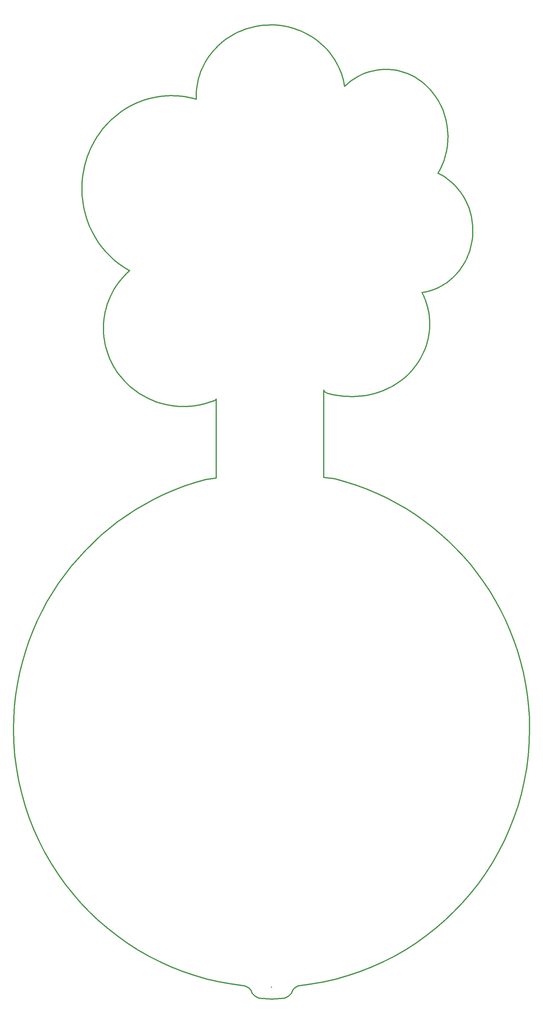
<source format=gbr>
%TF.GenerationSoftware,KiCad,Pcbnew,7.0.2*%
%TF.CreationDate,2023-05-26T22:51:46-07:00*%
%TF.ProjectId,plumbus-bfb,706c756d-6275-4732-9d62-66622e6b6963,rev?*%
%TF.SameCoordinates,Original*%
%TF.FileFunction,Profile,NP*%
%FSLAX46Y46*%
G04 Gerber Fmt 4.6, Leading zero omitted, Abs format (unit mm)*
G04 Created by KiCad (PCBNEW 7.0.2) date 2023-05-26 22:51:46*
%MOMM*%
%LPD*%
G01*
G04 APERTURE LIST*
%TA.AperFunction,Profile*%
%ADD10C,0.330729*%
%TD*%
%TA.AperFunction,Profile*%
%ADD11C,0.325000*%
%TD*%
G04 APERTURE END LIST*
D10*
X313250000Y-513600000D02*
X316750000Y-513800000D01*
X311350000Y-512250000D02*
X311050000Y-511350000D01*
X313250000Y-513600000D02*
X312150000Y-513000000D01*
X311350000Y-512250000D02*
X312150000Y-513000000D01*
X311050000Y-511350000D02*
X310500000Y-510750000D01*
X309442742Y-510169362D02*
X310500000Y-510750000D01*
X320300000Y-513600000D02*
X316750000Y-513800000D01*
X323989235Y-510169289D02*
X323050000Y-510750000D01*
X322500000Y-511350000D02*
X323050000Y-510750000D01*
X320300000Y-513600000D02*
X321400000Y-513000000D01*
X322200000Y-512250000D02*
X322500000Y-511350000D01*
X322200000Y-512250000D02*
X321400000Y-513000000D01*
X320266734Y-245702600D02*
X319337170Y-245557537D01*
X279212279Y-378943738D02*
X284396450Y-376014495D01*
X311337627Y-245988521D02*
X310362792Y-246254199D01*
X371568792Y-306758506D02*
X371754030Y-305996705D01*
X386407257Y-453739557D02*
X385612926Y-457181103D01*
X364815523Y-280753128D02*
X364955342Y-280110970D01*
X362410234Y-265796152D02*
X361932607Y-265067889D01*
X386741145Y-426809432D02*
X387222872Y-429897448D01*
X298901310Y-254860005D02*
X298406532Y-255685600D01*
X313343063Y-245594986D02*
X312331482Y-245768371D01*
X291685496Y-264998374D02*
X290819610Y-264921041D01*
X357236466Y-338170197D02*
X357747588Y-337335186D01*
X275296392Y-269233574D02*
X274329862Y-269947382D01*
X348211303Y-257604793D02*
X348211303Y-257604793D01*
X365244875Y-278158550D02*
X365297590Y-277500893D01*
X348211303Y-257604793D02*
X347413262Y-257628056D01*
X387485238Y-446676503D02*
X387032851Y-450236534D01*
X327549309Y-509716947D02*
X323989235Y-510169289D01*
X299100857Y-349524476D02*
X299632984Y-349355717D01*
X301944790Y-251142345D02*
X301264456Y-251827038D01*
X380837626Y-470243153D02*
X379266655Y-473310289D01*
X364955342Y-280110970D02*
X365073604Y-279464128D01*
X270485100Y-326716388D02*
X270392905Y-327843367D01*
X273275446Y-318287712D02*
X272736208Y-319264068D01*
X288041060Y-350062681D02*
X289130734Y-350251978D01*
X357783618Y-260778320D02*
X357088771Y-260295032D01*
X270475403Y-331179419D02*
X270616321Y-332256278D01*
X261823678Y-484654014D02*
X259711852Y-481966937D01*
X271113599Y-323411729D02*
X270846425Y-324498411D01*
X332498495Y-252737518D02*
X331918958Y-252075375D01*
X342796157Y-373195620D02*
X345592786Y-374367466D01*
X334504561Y-255620210D02*
X334051821Y-254866294D01*
X353598793Y-378557249D02*
X356129509Y-380168580D01*
X264427708Y-290462735D02*
X264427708Y-290462735D01*
X359021479Y-334686785D02*
X359355179Y-333760376D01*
X339940545Y-372141152D02*
X342796157Y-373195620D01*
X345056933Y-257927438D02*
X344288365Y-258101996D01*
X354795031Y-341237848D02*
X355462269Y-340514302D01*
X369033864Y-312271142D02*
X369445695Y-311646610D01*
X365587564Y-288070218D02*
X364640696Y-287383716D01*
X273445130Y-310258056D02*
X274750630Y-311298671D01*
X363685366Y-317219810D02*
X364308953Y-316843868D01*
X292648958Y-372439579D02*
X295515171Y-371477944D01*
X369511914Y-292470673D02*
X368845991Y-291473360D01*
X304985547Y-248734934D02*
X304180029Y-249284604D01*
X279483999Y-266873014D02*
X278391971Y-267385736D01*
X293618571Y-350473798D02*
X294176219Y-350440016D01*
X349092056Y-257628977D02*
X348211303Y-257604793D01*
X285325715Y-265156001D02*
X284111656Y-265381161D01*
X365314152Y-275223213D02*
X365247973Y-274280372D01*
X331918958Y-252075375D02*
X331310178Y-251438518D01*
X339076591Y-347771480D02*
X340169614Y-347745528D01*
X372115174Y-303634873D02*
X372168052Y-302824971D01*
X339943956Y-259897249D02*
X339276363Y-260316160D01*
X299435783Y-254060113D02*
X298901310Y-254860005D01*
X358158326Y-319091151D02*
X358894131Y-318975683D01*
X249896033Y-463864544D02*
X248777636Y-460559162D01*
X331426681Y-346560806D02*
X331570301Y-346638035D01*
X275198111Y-315538515D02*
X274507376Y-316422777D01*
X348327433Y-375653689D02*
X350997101Y-377051284D01*
X295953087Y-264068111D02*
X295926347Y-265082581D01*
X346378899Y-346561279D02*
X347343208Y-346204186D01*
X292256984Y-506221092D02*
X289026567Y-504947668D01*
X360064842Y-330867880D02*
X360199812Y-329870139D01*
X363044971Y-317566188D02*
X363685366Y-317219810D01*
X274153996Y-496407264D02*
X271466673Y-494295782D01*
X330008815Y-250244415D02*
X329318197Y-249689043D01*
X372185855Y-302005184D02*
X372140243Y-300695235D01*
X329318197Y-249689043D02*
X328602265Y-249162708D01*
X271816078Y-321293768D02*
X271437143Y-322342795D01*
X354874766Y-259065169D02*
X354097208Y-258732448D01*
X322081350Y-246109833D02*
X321181788Y-245887011D01*
X293059748Y-350493809D02*
X293618571Y-350473798D01*
X356092475Y-339761009D02*
X356684318Y-338979222D01*
X345592786Y-374367466D02*
X348327433Y-375653689D01*
X295839607Y-350256539D02*
X296390050Y-350168169D01*
X371605444Y-394145907D02*
X373460451Y-396492061D01*
X341248245Y-347668508D02*
X342311152Y-347541673D01*
X249812423Y-415173867D02*
X250897573Y-412366451D01*
X358881535Y-320639153D02*
X358656438Y-320116707D01*
X364914940Y-316439216D02*
X365502530Y-316006710D01*
X251169757Y-467094991D02*
X249896033Y-463864544D01*
X264969986Y-295827350D02*
X265380725Y-297535172D01*
X338628326Y-260767859D02*
X338001130Y-261251814D01*
X337396057Y-261767495D02*
X336814389Y-262314373D01*
X361716937Y-318166828D02*
X362388563Y-317882146D01*
X350623744Y-501951434D02*
X347556480Y-503522276D01*
X382428561Y-412108988D02*
X383534946Y-414940449D01*
X269970328Y-306636941D02*
X271050842Y-307922890D01*
X359878192Y-331849670D02*
X360064842Y-330867880D01*
X356371626Y-259847631D02*
X355633265Y-259437286D01*
X295937428Y-265756583D02*
X295942888Y-265853178D01*
X335306593Y-257188903D02*
X334923146Y-256394725D01*
X268973085Y-305277819D02*
X269970328Y-306636941D01*
X295942888Y-265853178D02*
X295942888Y-265853178D01*
X297483405Y-349950912D02*
X298025817Y-349822123D01*
X269325035Y-275145140D02*
X268637742Y-276148901D01*
X289950913Y-264875206D02*
X289080262Y-264860992D01*
X363798201Y-283874764D02*
X364043608Y-283264123D01*
X342784240Y-258560076D02*
X342051249Y-258842538D01*
X387852511Y-439403293D02*
X387759948Y-443063934D01*
X357747588Y-337335186D02*
X358216352Y-336475444D01*
X266858565Y-279363661D02*
X266364903Y-280497711D01*
X336758690Y-347671074D02*
X337365513Y-347714558D01*
X295286987Y-350331336D02*
X295839607Y-350256539D01*
X333565909Y-254133915D02*
X333047806Y-253424011D01*
X361424049Y-264366152D02*
X360885642Y-263692113D01*
X273398578Y-270707438D02*
X272504087Y-271512135D01*
X309442742Y-510169362D02*
X305882667Y-509717105D01*
X370191929Y-310337941D02*
X370524744Y-309655516D01*
X334494012Y-508297157D02*
X331052391Y-509091413D01*
X350997101Y-377051284D02*
X353598793Y-378557249D01*
X287811566Y-264894307D02*
X286559534Y-264993180D01*
X323830069Y-246666959D02*
X322964438Y-246370128D01*
X366070931Y-315547207D02*
X366619347Y-315061561D01*
X345834794Y-257789909D02*
X345056933Y-257927438D01*
X285920213Y-349532275D02*
X286970421Y-349822329D01*
X271437143Y-322342795D02*
X271113599Y-323411729D01*
X364308953Y-316843868D02*
X364914940Y-316439216D01*
X371907369Y-305221595D02*
X372028015Y-304434033D01*
X339276363Y-260316160D02*
X338628326Y-260767859D01*
X300618648Y-252542390D02*
X300008660Y-253287161D01*
X385387909Y-420772318D02*
X386128492Y-423766721D01*
X353354788Y-342590680D02*
X354092094Y-341930392D01*
X266414976Y-489705136D02*
X264059542Y-487234902D01*
X344405404Y-504946737D02*
X341174988Y-506220350D01*
X276296619Y-268567624D02*
X275296392Y-269233574D01*
X365247973Y-274280372D02*
X365138994Y-273351188D01*
X268637742Y-276148901D02*
X267996533Y-277187647D01*
X359723592Y-262431805D02*
X359102108Y-261847876D01*
X379266655Y-473310289D02*
X377553767Y-476289137D01*
X361932607Y-265067889D02*
X361424049Y-264366152D01*
X280603529Y-266414587D02*
X279483999Y-266873014D01*
X341332682Y-259159907D02*
X340629824Y-259511654D01*
X349199351Y-345364389D02*
X350088521Y-344884192D01*
X387222872Y-429897448D02*
X387570673Y-433027765D01*
X250897573Y-412366451D02*
X252096597Y-409617886D01*
X358641426Y-335592226D02*
X359021479Y-334686785D01*
X334064359Y-370396367D02*
X337028946Y-371207067D01*
X270831682Y-273249012D02*
X270056865Y-274177974D01*
X359890862Y-323885082D02*
X359763728Y-323332762D01*
X359763728Y-323332762D02*
X359620037Y-322784465D01*
X299632984Y-349355717D02*
X300161184Y-349173733D01*
X387781552Y-436197381D02*
X387852511Y-439403293D01*
X308475347Y-246917177D02*
X307565323Y-247311999D01*
X265203781Y-284064721D02*
X264928524Y-285303315D01*
X359283348Y-321701469D02*
X359090535Y-321167535D01*
X362611241Y-286232707D02*
X362611241Y-286232707D01*
X359641193Y-332814253D02*
X359878192Y-331849670D01*
X294257756Y-265418122D02*
X293405424Y-265247038D01*
X300008660Y-253287161D02*
X299435783Y-254060113D01*
X364546458Y-492057933D02*
X361965296Y-494293644D01*
X347556480Y-503522276D02*
X344405404Y-504946737D01*
X245855638Y-433091581D02*
X246196510Y-429992053D01*
X268063249Y-303849825D02*
X268973085Y-305277819D01*
X368117310Y-290531107D02*
X367329155Y-289647465D01*
X270392905Y-327843367D02*
X270360994Y-328979461D01*
X362388563Y-317882146D02*
X363044971Y-317566188D01*
X365336452Y-276178541D02*
X365336452Y-276178541D01*
X363268384Y-267327580D02*
X362855853Y-266549773D01*
X297541235Y-257408940D02*
X297173299Y-258304207D01*
X359102108Y-261847876D02*
X358455090Y-261296325D01*
X270636599Y-325600684D02*
X270485100Y-326716388D01*
X265380725Y-297535172D02*
X265899558Y-299195633D01*
X349961305Y-257700747D02*
X349092056Y-257628977D01*
X359277973Y-496405318D02*
X356488960Y-498388487D01*
X318394079Y-245452760D02*
X317438442Y-245389207D01*
X365328165Y-276840710D02*
X365336452Y-276178541D01*
X337958994Y-347745985D02*
X338531798Y-347765057D01*
X265535962Y-282849850D02*
X265203781Y-284064721D01*
X310362792Y-246254199D02*
X309408268Y-246564163D01*
X269710567Y-386007981D02*
X274309235Y-382282645D01*
X360281771Y-328857701D02*
X360309386Y-327831819D01*
X335534356Y-347549112D02*
X336145859Y-347615827D01*
X372140243Y-300695235D02*
X372005595Y-299411937D01*
X284891832Y-349193872D02*
X285920213Y-349532275D01*
X281749015Y-266012063D02*
X280603529Y-266414587D01*
X270616321Y-332256278D02*
X270811185Y-333315918D01*
X367146984Y-314550629D02*
X367653049Y-314015265D01*
X367016991Y-489702654D02*
X364546458Y-492057933D01*
X284111656Y-265381161D02*
X282918907Y-265667051D01*
X284396450Y-376014495D02*
X287086692Y-374710759D01*
X363647494Y-286770028D02*
X362611241Y-286232707D01*
X290819610Y-264921041D02*
X289950913Y-264875206D01*
X300161184Y-349173733D02*
X300685204Y-348978575D01*
X375217505Y-398916553D02*
X376873608Y-401416381D01*
X345392208Y-346874827D02*
X346378899Y-346561279D01*
X360318463Y-263046941D02*
X359723592Y-262431805D01*
X336814389Y-262314373D02*
X336662393Y-261421910D01*
X305819130Y-248222117D02*
X304985547Y-248734934D01*
X331059718Y-370049398D02*
X331059718Y-346025236D01*
X303403869Y-249869889D02*
X302658358Y-250489549D01*
X360199812Y-329870139D02*
X360281771Y-328857701D01*
X364043608Y-283264123D02*
X364268191Y-282646099D01*
X350949981Y-344365469D02*
X351782401Y-343809473D01*
X333781160Y-347283120D02*
X334344672Y-347382463D01*
X355462269Y-340514302D02*
X356092475Y-339761009D01*
X356488960Y-498388487D02*
X353602727Y-500238682D01*
X275937388Y-314689268D02*
X275198111Y-315538515D01*
X371608289Y-484651265D02*
X369372425Y-487232275D01*
X267996533Y-277187647D02*
X267402958Y-278259771D01*
X286970421Y-349822329D02*
X288041060Y-350062681D01*
X293405424Y-265247038D02*
X292547719Y-265107080D01*
X334931515Y-347471226D02*
X335534356Y-347549112D01*
X296032447Y-263066953D02*
X295953087Y-264068111D01*
X328602265Y-249162708D02*
X327862000Y-248666347D01*
X247269284Y-423920174D02*
X247995373Y-420953633D01*
X297173299Y-258304207D02*
X296850229Y-259220220D01*
X296163133Y-262080345D02*
X296032447Y-263066953D01*
X245579452Y-439403293D02*
X245579452Y-439403293D01*
X332753472Y-347053873D02*
X333248316Y-347173491D01*
X387032851Y-450236534D02*
X386407257Y-453739557D01*
X375703430Y-479175228D02*
X373720114Y-481964093D01*
X274507376Y-316422777D02*
X273866162Y-317339895D01*
X364268191Y-282646099D02*
X364471801Y-282021232D01*
X317438442Y-245389207D02*
X316471243Y-245367814D01*
X356684318Y-338979222D02*
X357236466Y-338170197D01*
X270360994Y-328979461D02*
X270389829Y-330086696D01*
X283886676Y-348808475D02*
X284891832Y-349193872D01*
X304180029Y-249284604D02*
X303403869Y-249869889D01*
X364654294Y-281390062D02*
X364815523Y-280753128D01*
X338001130Y-261251814D02*
X337396057Y-261767495D01*
X302379583Y-509091685D02*
X298937962Y-508297566D01*
X365170164Y-278813141D02*
X365244875Y-278158550D01*
X362938488Y-285656994D02*
X363245494Y-285071739D01*
X359090535Y-321167535D02*
X358881535Y-320639153D01*
X344288365Y-258101996D02*
X343530373Y-258313052D01*
X272736208Y-319264068D02*
X272249426Y-320266806D01*
X336236289Y-259680033D02*
X335964147Y-258832494D01*
X327862000Y-248666347D02*
X327098385Y-248200897D01*
X252594339Y-470246038D02*
X251169757Y-467094991D01*
X266364903Y-280497711D02*
X265923519Y-281660310D01*
X372028015Y-304434033D02*
X372115174Y-303634873D01*
X333047806Y-253424011D02*
X332498495Y-252737518D01*
X252096597Y-409617886D02*
X253406589Y-406931076D01*
X248844055Y-418037229D02*
X249812423Y-415173867D01*
X277557654Y-313104451D02*
X276724229Y-313877194D01*
X296850229Y-259220220D02*
X296573316Y-260155740D01*
X307565323Y-247311999D02*
X306679486Y-247747392D01*
X359355179Y-333760376D02*
X359641193Y-332814253D01*
X360095082Y-325000259D02*
X360001344Y-324441041D01*
X273866162Y-317339895D02*
X273275446Y-318287712D01*
X277557654Y-313104451D02*
X277557654Y-313104451D01*
X245672015Y-443064516D02*
X245579452Y-439403293D01*
X360966030Y-383695331D02*
X363265838Y-385604744D01*
X354097208Y-258732448D02*
X353301670Y-258440294D01*
X383534946Y-414940449D02*
X384522395Y-417829226D01*
X373720114Y-481964093D02*
X371608289Y-484651265D01*
X365073604Y-279464128D02*
X365170164Y-278813141D01*
X271058599Y-334356985D02*
X271357167Y-335378128D01*
X276724229Y-313877194D02*
X275937388Y-314689268D01*
X339076591Y-347771480D02*
X339076591Y-347771480D01*
X324677262Y-246999389D02*
X323830069Y-246666959D01*
X272249426Y-320266806D02*
X271816078Y-321293768D01*
X368597283Y-312874666D02*
X369033864Y-312271142D01*
X295933325Y-265660220D02*
X295937428Y-265756583D01*
X247024706Y-453741457D02*
X246399112Y-450238063D01*
X287086692Y-374710759D02*
X289838497Y-373518152D01*
X266522348Y-300804430D02*
X267244957Y-302357261D01*
X267402958Y-278259771D02*
X266858565Y-279363661D01*
X289080262Y-264860992D02*
X289080262Y-264860992D01*
X360300752Y-327262052D02*
X360274913Y-326693630D01*
X368136747Y-313456326D02*
X368597283Y-312874666D01*
X272210489Y-309131362D02*
X273445130Y-310258056D01*
X362611241Y-286232707D02*
X362938488Y-285656994D01*
X336145859Y-347615827D02*
X336758690Y-347671074D01*
X360309386Y-327831819D02*
X360300752Y-327262052D01*
X264459784Y-289145341D02*
X264427708Y-290462735D01*
X245946725Y-446677594D02*
X245672015Y-443064516D01*
X295562272Y-507339213D02*
X292256984Y-506221092D01*
X377553767Y-476289137D02*
X375703430Y-479175228D01*
X278391971Y-267385736D02*
X277328995Y-267951142D01*
X330673136Y-250827886D02*
X330008815Y-250244415D01*
X343357002Y-347366279D02*
X344384465Y-347143579D01*
X371352451Y-307506144D02*
X371568792Y-306758506D01*
X360231959Y-326126935D02*
X360171985Y-325562351D01*
X296573316Y-260155740D02*
X296343853Y-261109528D01*
X295928414Y-265467880D02*
X295933325Y-265660220D01*
X316715989Y-510536525D02*
X316715989Y-510536525D01*
X340169614Y-347745528D02*
X341248245Y-347668508D01*
X264059542Y-487234902D02*
X261823678Y-484654014D01*
X372185855Y-302005184D02*
X372185855Y-302005184D01*
X334923146Y-256394725D02*
X334504561Y-255620210D01*
X254165310Y-473313222D02*
X252594339Y-470246038D01*
X343530373Y-258313052D02*
X342784240Y-258560076D01*
X264489341Y-292286829D02*
X264671479Y-294076468D01*
X369831981Y-311001924D02*
X370191929Y-310337941D01*
X295103863Y-265620210D02*
X294257756Y-265418122D01*
X282808227Y-501952767D02*
X279829243Y-500240222D01*
X338531798Y-347765057D02*
X339076591Y-347771480D01*
X350817970Y-257818934D02*
X349961305Y-257700747D01*
X257973312Y-399270219D02*
X261519356Y-394525003D01*
X264671479Y-294076468D02*
X264969986Y-295827350D01*
X350088521Y-344884192D02*
X350949981Y-344365469D01*
X312331482Y-245768371D02*
X311337627Y-245988521D01*
X298565051Y-349679962D02*
X299100857Y-349524476D01*
X348283803Y-345804805D02*
X349199351Y-345364389D01*
X354092094Y-341930392D02*
X354795031Y-341237848D01*
X333248316Y-347173491D02*
X333781160Y-347283120D01*
X331310178Y-251438518D02*
X330673136Y-250827886D01*
X274750630Y-311298671D02*
X276122851Y-312248903D01*
X360171985Y-325562351D02*
X360095082Y-325000259D01*
X292547719Y-265107080D02*
X291685496Y-264998374D01*
X295942888Y-265853178D02*
X295103863Y-265620210D01*
X372005595Y-299411937D02*
X371785197Y-298158840D01*
X305882667Y-509717105D02*
X302379583Y-509091685D01*
X264554977Y-287845234D02*
X264459784Y-289145341D01*
X361965296Y-494293644D02*
X359277973Y-496405318D01*
X358586254Y-381882275D02*
X360966030Y-383695331D01*
X347343208Y-346204186D02*
X348283803Y-345804805D01*
X357088771Y-260295032D02*
X356371626Y-259847631D01*
X286559534Y-264993180D02*
X285325715Y-265156001D01*
X362855853Y-266549773D02*
X362410234Y-265796152D01*
X265899558Y-299195633D02*
X266522348Y-300804430D01*
X276943009Y-498390232D02*
X274153996Y-496407264D01*
X336814389Y-262314373D02*
X336814389Y-262314373D01*
X316471243Y-245367814D02*
X315414236Y-245393468D01*
X247995373Y-420953633D02*
X248844055Y-418037229D01*
X363989867Y-268951076D02*
X363646749Y-268128404D01*
X282918907Y-265667051D02*
X281749015Y-266012063D01*
X336469365Y-260543484D02*
X336236289Y-259680033D01*
X335964147Y-258832494D02*
X335653921Y-258001805D01*
X387852511Y-439403293D02*
X387852511Y-439403293D01*
X290238047Y-350388865D02*
X291361601Y-350471990D01*
X360309386Y-327831819D02*
X360309386Y-327831819D01*
X337028946Y-371207067D02*
X339940545Y-372141152D01*
X306679486Y-247747392D02*
X305819130Y-248222117D01*
X270056865Y-274177974D02*
X269325035Y-275145140D01*
X370642348Y-294616272D02*
X370111795Y-293519494D01*
X257728536Y-479178136D02*
X255878198Y-476292076D01*
X358656438Y-320116707D02*
X358415338Y-319600579D01*
X341174988Y-506220350D02*
X337869701Y-507338646D01*
X271050842Y-307922890D02*
X272210489Y-309131362D01*
X295926347Y-265082581D02*
X295926347Y-265082581D01*
X365482681Y-387607511D02*
X367613561Y-389700629D01*
X254824643Y-404308925D02*
X257973312Y-399270219D01*
X384654328Y-460556705D02*
X383535932Y-463861893D01*
X371754030Y-305996705D02*
X371907369Y-305221595D01*
X298406532Y-255685600D02*
X297952743Y-256535658D01*
X360274913Y-326693630D02*
X360231959Y-326126935D01*
X371100289Y-295757457D02*
X370642348Y-294616272D01*
X364566048Y-270657279D02*
X364296659Y-269794424D01*
X366484812Y-288825985D02*
X365587564Y-288070218D01*
X264928524Y-285303315D02*
X264711740Y-286564022D01*
X279829243Y-500240222D02*
X276943009Y-498390232D01*
X335653921Y-258001805D02*
X335306593Y-257188903D01*
X277328995Y-267951142D02*
X276296619Y-268567624D01*
X353301670Y-258440294D02*
X352489232Y-258189877D01*
X346620664Y-257689938D02*
X345834794Y-257789909D01*
X359620037Y-322784465D02*
X359459879Y-322240573D01*
X294732441Y-350392512D02*
X295286987Y-350331336D01*
X340629824Y-259511654D02*
X339943956Y-259897249D01*
X314371078Y-245469605D02*
X313343063Y-245594986D01*
X298025817Y-349822123D02*
X298565051Y-349679962D01*
X353602727Y-500238682D02*
X350623744Y-501951434D01*
X298937962Y-508297566D02*
X295562272Y-507339213D01*
X325505034Y-247366481D02*
X324677262Y-246999389D01*
X371482334Y-296939496D02*
X371100289Y-295757457D01*
X331907130Y-346785849D02*
X332303966Y-346924561D01*
X358216352Y-336475444D02*
X358641426Y-335592226D01*
X289080262Y-264860992D02*
X287811566Y-264894307D01*
X352584447Y-343217458D02*
X353354788Y-342590680D01*
X270360994Y-328979461D02*
X270360994Y-328979461D01*
X359459879Y-322240573D02*
X359283348Y-321701469D01*
X358894131Y-318975683D02*
X359618689Y-318824661D01*
X309408268Y-246564163D02*
X308475347Y-246917177D01*
X274329862Y-269947382D02*
X273398578Y-270707438D01*
X289838497Y-373518152D02*
X292648958Y-372439579D01*
X366619347Y-315061561D02*
X367146984Y-314550629D01*
X270811185Y-333315918D02*
X271058599Y-334356985D01*
X296343853Y-261109528D02*
X296163133Y-262080345D01*
X301426377Y-348436248D02*
X301426377Y-370241220D01*
X376873608Y-401416381D02*
X378425763Y-403988541D01*
X364796952Y-271538472D02*
X364566048Y-270657279D01*
X363245494Y-285071739D02*
X363532114Y-284477482D01*
X326312402Y-247767295D02*
X325505034Y-247366481D01*
X265923519Y-281660310D02*
X265535962Y-282849850D01*
X367613561Y-389700629D02*
X369655481Y-391881096D01*
X342051249Y-258842538D02*
X341332682Y-259159907D01*
X334051821Y-254866294D02*
X333565909Y-254133915D01*
X367329155Y-289647465D02*
X366484812Y-288825985D01*
X253406589Y-406931076D02*
X254824643Y-404308925D01*
X334344672Y-347382463D02*
X334931515Y-347471226D01*
X358158326Y-319091151D02*
X358158326Y-319091151D01*
X359618689Y-318824661D02*
X360331206Y-318638941D01*
X369372425Y-487232275D02*
X367016991Y-489702654D01*
X364988294Y-272436832D02*
X364796952Y-271538472D01*
X368845991Y-291473360D02*
X368117310Y-290531107D01*
X386128492Y-423766721D02*
X386741145Y-426809432D01*
X276122851Y-312248903D02*
X277557654Y-313104451D01*
X264711740Y-286564022D02*
X264554977Y-287845234D01*
X372168052Y-302824971D02*
X372185855Y-302005184D01*
X373460451Y-396492061D02*
X375217505Y-398916553D01*
X300685204Y-348978575D02*
X301204796Y-348770292D01*
X371785197Y-298158840D02*
X371482334Y-296939496D01*
X360331206Y-318638941D02*
X361030887Y-318419378D01*
X347413262Y-257628056D02*
X346620664Y-257689938D01*
X274309235Y-382282645D02*
X279212279Y-378943738D01*
X337869701Y-507338646D02*
X334494012Y-508297157D01*
X302658358Y-250489549D02*
X301944790Y-251142345D01*
X344384465Y-347143579D02*
X345392208Y-346874827D01*
X297952743Y-256535658D02*
X297541235Y-257408940D01*
X355633265Y-259437286D02*
X354874766Y-259065169D01*
X370829633Y-308955504D02*
X371105800Y-308238761D01*
X381206237Y-409337848D02*
X382428561Y-412108988D01*
X363532114Y-284477482D02*
X363798201Y-283874764D01*
X264427708Y-290462735D02*
X264489341Y-292286829D01*
X296390050Y-350168169D02*
X296938066Y-350066277D01*
X379870972Y-406630032D02*
X381206237Y-409337848D01*
X361030887Y-318419378D02*
X361716937Y-318166828D01*
X289130734Y-350251978D02*
X290238047Y-350388865D01*
X364640696Y-287383716D02*
X363647494Y-286770028D01*
X322964438Y-246370128D02*
X322081350Y-246109833D01*
X358455090Y-261296325D02*
X357783618Y-260778320D01*
X331570301Y-346638035D02*
X331907130Y-346785849D01*
X336662393Y-261421910D02*
X336469365Y-260543484D01*
X358415338Y-319600579D02*
X358158326Y-319091151D01*
X370111795Y-293519494D02*
X369511914Y-292470673D01*
X294176219Y-350440016D02*
X294732441Y-350392512D01*
X370524744Y-309655516D02*
X370829633Y-308955504D01*
X270389829Y-330086696D02*
X270475403Y-331179419D01*
X378425763Y-403988541D02*
X379870972Y-406630032D01*
X265439524Y-390096512D02*
X269710567Y-386007981D01*
X247819038Y-457183312D02*
X247024706Y-453741457D01*
X267244957Y-302357261D02*
X268063249Y-303849825D01*
X356129509Y-380168580D02*
X358586254Y-381882275D01*
X363646749Y-268128404D02*
X363268384Y-267327580D01*
X363265838Y-385604744D02*
X365482681Y-387607511D01*
X364296659Y-269794424D02*
X363989867Y-268951076D01*
X316471243Y-245367814D02*
X316471243Y-245367814D01*
X301264456Y-251827038D02*
X300618648Y-252542390D01*
X351782401Y-343809473D02*
X352584447Y-343217458D01*
X268885509Y-492060251D02*
X266414976Y-489705136D01*
X270846425Y-324498411D02*
X270636599Y-325600684D01*
X296938066Y-350066277D02*
X297483405Y-349950912D01*
X369655481Y-391881096D02*
X371605444Y-394145907D01*
X272504087Y-271512135D02*
X271647939Y-272359862D01*
X261519356Y-394525003D02*
X265439524Y-390096512D01*
X342311152Y-347541673D02*
X343357002Y-347366279D01*
X365336452Y-276178541D02*
X365314152Y-275223213D01*
X369445695Y-311646610D02*
X369831981Y-311001924D01*
X295926605Y-265275540D02*
X295928414Y-265467880D01*
X364471801Y-282021232D02*
X364654294Y-281390062D01*
X331052391Y-509091413D02*
X327549309Y-509716947D01*
X246196510Y-429992053D02*
X246668694Y-426933949D01*
X387570673Y-433027765D02*
X387781552Y-436197381D01*
X271647939Y-272359862D02*
X270831682Y-273249012D01*
X332303966Y-346924561D02*
X332753472Y-347053873D01*
X321181788Y-245887011D02*
X320266734Y-245702600D01*
X285875492Y-503523404D02*
X282808227Y-501952767D01*
X295926347Y-265082581D02*
X295926605Y-265275540D01*
X360001344Y-324441041D02*
X359890862Y-323885082D01*
X248777636Y-460559162D02*
X247819038Y-457183312D01*
X360885642Y-263692113D02*
X360318463Y-263046941D01*
X365138994Y-273351188D02*
X364988294Y-272436832D01*
X255878198Y-476292076D02*
X254165310Y-473313222D01*
X337365513Y-347714558D02*
X337958994Y-347745985D01*
X387759948Y-443063934D02*
X387485238Y-446676503D01*
X319337170Y-245557537D02*
X318394079Y-245452760D01*
X327098385Y-248200897D02*
X326312402Y-247767295D01*
X246668694Y-426933949D02*
X247269284Y-423920174D01*
X385612926Y-457181103D02*
X384654328Y-460556705D01*
X351660972Y-257982367D02*
X350817970Y-257818934D01*
X271466673Y-494295782D02*
X268885509Y-492060251D01*
X352489232Y-258189877D02*
X351660972Y-257982367D01*
X289026567Y-504947668D02*
X285875492Y-503523404D01*
X371105800Y-308238761D02*
X371352451Y-307506144D01*
X315414236Y-245393468D02*
X314371078Y-245469605D01*
X246399112Y-450238063D02*
X245946725Y-446677594D01*
X383535932Y-463861893D02*
X382262208Y-467092198D01*
X259711852Y-481966937D02*
X257728536Y-479178136D01*
X382262208Y-467092198D02*
X380837626Y-470243153D01*
X365502530Y-316006710D02*
X366070931Y-315547207D01*
X365297590Y-277500893D02*
X365328165Y-276840710D01*
X367653049Y-314015265D02*
X368136747Y-313456326D01*
X384522395Y-417829226D02*
X385387909Y-420772318D01*
D11*
X245648983Y-436229629D02*
X245855638Y-433091581D01*
X245579452Y-439403293D02*
X245648983Y-436229629D01*
X295515171Y-371477944D02*
X298500000Y-370636151D01*
X298500000Y-370636151D02*
X301426377Y-370241220D01*
X274762139Y-341854521D02*
X274144597Y-341010754D01*
X272545827Y-338308468D02*
X272102177Y-337355223D01*
X276115772Y-343448441D02*
X275419663Y-342667534D01*
X277618160Y-344908521D02*
X278421646Y-345584987D01*
X331426681Y-346560806D02*
X331059718Y-346025236D01*
X281024516Y-347383846D02*
X281951621Y-347902108D01*
X273035045Y-339236374D02*
X272545827Y-338308468D01*
X272102177Y-337355223D02*
X271705492Y-336377992D01*
X301204796Y-348770292D02*
X301426377Y-348436248D01*
X291361601Y-350471990D02*
X292500000Y-350500000D01*
X334064359Y-370396367D02*
X331059718Y-370049398D01*
X279258132Y-346223932D02*
X280126221Y-346824003D01*
X276849070Y-344195888D02*
X276115772Y-343448441D01*
X271705492Y-336377992D02*
X271357167Y-335378128D01*
X292500000Y-350500000D02*
X293059748Y-350493809D01*
X278421646Y-345584987D02*
X279258132Y-346223932D01*
X273568433Y-340137587D02*
X273035045Y-339236374D01*
X276849070Y-344195888D02*
X277618160Y-344908521D01*
X274144597Y-341010754D02*
X273568433Y-340137587D01*
X281951621Y-347902108D02*
X282906140Y-348377435D01*
X275419663Y-342667534D02*
X274762139Y-341854521D01*
X280126221Y-346824003D02*
X281024516Y-347383846D01*
X282906140Y-348377435D02*
X283886676Y-348808475D01*
M02*

</source>
